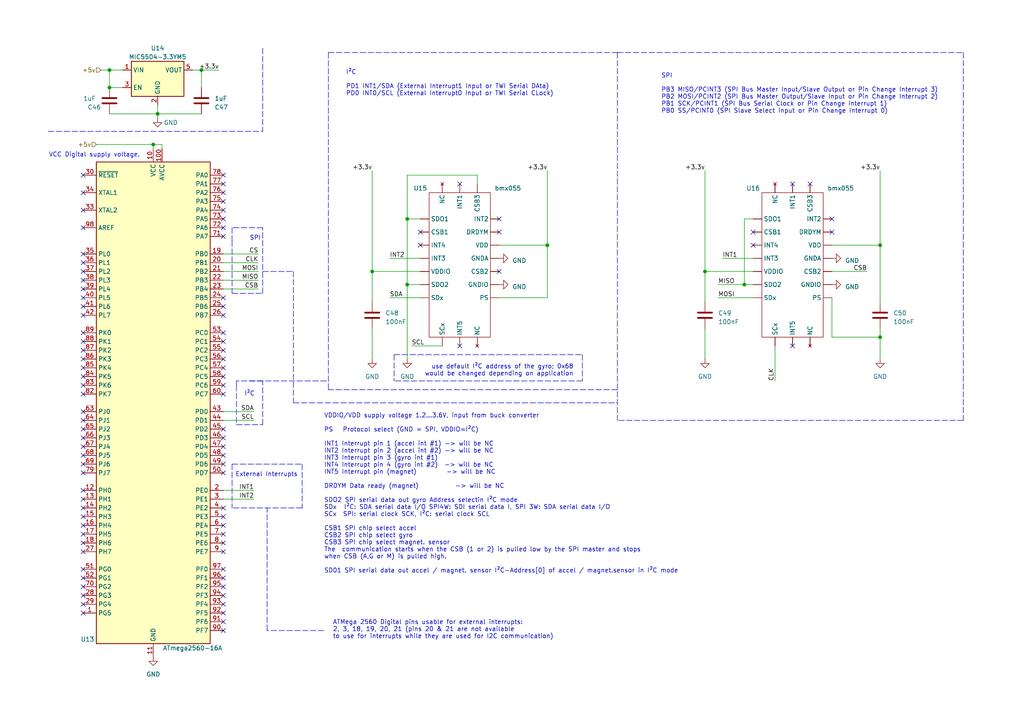
<source format=kicad_sch>
(kicad_sch (version 20210126) (generator eeschema)
  (paper "A4")
  (title_block (title "Peripherals 15 16"))
  (lib_symbols
    (symbol "Device:C" (pin_numbers hide) (pin_names (offset 0.254))
      (property "Reference" "C" (at 0.635 2.54 0))
      (property "Value" "C" (at 0.635 -2.54 0))
      (symbol "C_0_1"
        (polyline (pts (xy -2.032 -0.762) (xy 2.032 -0.762)) (stroke (width 0.508)))
        (polyline (pts (xy -2.032 0.762) (xy 2.032 0.762)) (stroke (width 0.508)))
      )
      (symbol "C_1_1"
        (pin passive line (at 0 3.81 270) (length 2.794) (name "~") (number "1"))
        (pin passive line (at 0 -3.81 90) (length 2.794) (name "~") (number "2"))
      )
    )
    (symbol "MCU_Microchip_ATmega:ATmega2560-16A"
      (property "Reference" "U" (at 0 1.27 0))
      (property "Value" "ATmega2560-16A" (at 0 -1.27 0))
      (symbol "ATmega2560-16A_0_1"
        (rectangle (start -16.51 -69.85) (end 16.51 69.85) (stroke (width 0.254)) (fill (type background)))
      )
      (symbol "ATmega2560-16A_1_1"
        (pin bidirectional line (at -20.32 -60.96 0) (length 3.81) (name "PG5") (number "1"))
        (pin power_in line (at 0 73.66 270) (length 3.81) (name "VCC") (number "10"))
        (pin power_in line (at 2.54 73.66 270) (length 3.81) (name "AVCC") (number "100"))
        (pin power_in line (at 0 -73.66 90) (length 3.81) (name "GND") (number "11"))
        (pin bidirectional line (at -20.32 -25.4 0) (length 3.81) (name "PH0") (number "12"))
        (pin bidirectional line (at -20.32 -27.94 0) (length 3.81) (name "PH1") (number "13"))
        (pin bidirectional line (at -20.32 -30.48 0) (length 3.81) (name "PH2") (number "14"))
        (pin bidirectional line (at -20.32 -33.02 0) (length 3.81) (name "PH3") (number "15"))
        (pin bidirectional line (at -20.32 -35.56 0) (length 3.81) (name "PH4") (number "16"))
        (pin bidirectional line (at -20.32 -38.1 0) (length 3.81) (name "PH5") (number "17"))
        (pin bidirectional line (at -20.32 -40.64 0) (length 3.81) (name "PH6") (number "18"))
        (pin bidirectional line (at 20.32 43.18 180) (length 3.81) (name "PB0") (number "19"))
        (pin bidirectional line (at 20.32 -25.4 180) (length 3.81) (name "PE0") (number "2"))
        (pin bidirectional line (at 20.32 40.64 180) (length 3.81) (name "PB1") (number "20"))
        (pin bidirectional line (at 20.32 38.1 180) (length 3.81) (name "PB2") (number "21"))
        (pin bidirectional line (at 20.32 35.56 180) (length 3.81) (name "PB3") (number "22"))
        (pin bidirectional line (at 20.32 33.02 180) (length 3.81) (name "PB4") (number "23"))
        (pin bidirectional line (at 20.32 30.48 180) (length 3.81) (name "PB5") (number "24"))
        (pin bidirectional line (at 20.32 27.94 180) (length 3.81) (name "PB6") (number "25"))
        (pin bidirectional line (at 20.32 25.4 180) (length 3.81) (name "PB7") (number "26"))
        (pin bidirectional line (at -20.32 -43.18 0) (length 3.81) (name "PH7") (number "27"))
        (pin bidirectional line (at -20.32 -55.88 0) (length 3.81) (name "PG3") (number "28"))
        (pin bidirectional line (at -20.32 -58.42 0) (length 3.81) (name "PG4") (number "29"))
        (pin bidirectional line (at 20.32 -27.94 180) (length 3.81) (name "PE1") (number "3"))
        (pin input line (at -20.32 66.04 0) (length 3.81) (name "~RESET") (number "30"))
        (pin passive line (at 0 73.66 270) (length 3.81) hide (name "VCC") (number "31"))
        (pin passive line (at 0 -73.66 90) (length 3.81) hide (name "GND") (number "32"))
        (pin output line (at -20.32 55.88 0) (length 3.81) (name "XTAL2") (number "33"))
        (pin input line (at -20.32 60.96 0) (length 3.81) (name "XTAL1") (number "34"))
        (pin bidirectional line (at -20.32 43.18 0) (length 3.81) (name "PL0") (number "35"))
        (pin bidirectional line (at -20.32 40.64 0) (length 3.81) (name "PL1") (number "36"))
        (pin bidirectional line (at -20.32 38.1 0) (length 3.81) (name "PL2") (number "37"))
        (pin bidirectional line (at -20.32 35.56 0) (length 3.81) (name "PL3") (number "38"))
        (pin bidirectional line (at -20.32 33.02 0) (length 3.81) (name "PL4") (number "39"))
        (pin bidirectional line (at 20.32 -30.48 180) (length 3.81) (name "PE2") (number "4"))
        (pin bidirectional line (at -20.32 30.48 0) (length 3.81) (name "PL5") (number "40"))
        (pin bidirectional line (at -20.32 27.94 0) (length 3.81) (name "PL6") (number "41"))
        (pin bidirectional line (at -20.32 25.4 0) (length 3.81) (name "PL7") (number "42"))
        (pin bidirectional line (at 20.32 -2.54 180) (length 3.81) (name "PD0") (number "43"))
        (pin bidirectional line (at 20.32 -5.08 180) (length 3.81) (name "PD1") (number "44"))
        (pin bidirectional line (at 20.32 -7.62 180) (length 3.81) (name "PD2") (number "45"))
        (pin bidirectional line (at 20.32 -10.16 180) (length 3.81) (name "PD3") (number "46"))
        (pin bidirectional line (at 20.32 -12.7 180) (length 3.81) (name "PD4") (number "47"))
        (pin bidirectional line (at 20.32 -15.24 180) (length 3.81) (name "PD5") (number "48"))
        (pin bidirectional line (at 20.32 -17.78 180) (length 3.81) (name "PD6") (number "49"))
        (pin bidirectional line (at 20.32 -33.02 180) (length 3.81) (name "PE3") (number "5"))
        (pin bidirectional line (at 20.32 -20.32 180) (length 3.81) (name "PD7") (number "50"))
        (pin bidirectional line (at -20.32 -48.26 0) (length 3.81) (name "PG0") (number "51"))
        (pin bidirectional line (at -20.32 -50.8 0) (length 3.81) (name "PG1") (number "52"))
        (pin bidirectional line (at 20.32 20.32 180) (length 3.81) (name "PC0") (number "53"))
        (pin bidirectional line (at 20.32 17.78 180) (length 3.81) (name "PC1") (number "54"))
        (pin bidirectional line (at 20.32 15.24 180) (length 3.81) (name "PC2") (number "55"))
        (pin bidirectional line (at 20.32 12.7 180) (length 3.81) (name "PC3") (number "56"))
        (pin bidirectional line (at 20.32 10.16 180) (length 3.81) (name "PC4") (number "57"))
        (pin bidirectional line (at 20.32 7.62 180) (length 3.81) (name "PC5") (number "58"))
        (pin bidirectional line (at 20.32 5.08 180) (length 3.81) (name "PC6") (number "59"))
        (pin bidirectional line (at 20.32 -35.56 180) (length 3.81) (name "PE4") (number "6"))
        (pin bidirectional line (at 20.32 2.54 180) (length 3.81) (name "PC7") (number "60"))
        (pin passive line (at 0 73.66 270) (length 3.81) hide (name "VCC") (number "61"))
        (pin passive line (at 0 -73.66 90) (length 3.81) hide (name "GND") (number "62"))
        (pin bidirectional line (at -20.32 -2.54 0) (length 3.81) (name "PJ0") (number "63"))
        (pin bidirectional line (at -20.32 -5.08 0) (length 3.81) (name "PJ1") (number "64"))
        (pin bidirectional line (at -20.32 -7.62 0) (length 3.81) (name "PJ2") (number "65"))
        (pin bidirectional line (at -20.32 -10.16 0) (length 3.81) (name "PJ3") (number "66"))
        (pin bidirectional line (at -20.32 -12.7 0) (length 3.81) (name "PJ4") (number "67"))
        (pin bidirectional line (at -20.32 -15.24 0) (length 3.81) (name "PJ5") (number "68"))
        (pin bidirectional line (at -20.32 -17.78 0) (length 3.81) (name "PJ6") (number "69"))
        (pin bidirectional line (at 20.32 -38.1 180) (length 3.81) (name "PE5") (number "7"))
        (pin bidirectional line (at -20.32 -53.34 0) (length 3.81) (name "PG2") (number "70"))
        (pin bidirectional line (at 20.32 48.26 180) (length 3.81) (name "PA7") (number "71"))
        (pin bidirectional line (at 20.32 50.8 180) (length 3.81) (name "PA6") (number "72"))
        (pin bidirectional line (at 20.32 53.34 180) (length 3.81) (name "PA5") (number "73"))
        (pin bidirectional line (at 20.32 55.88 180) (length 3.81) (name "PA4") (number "74"))
        (pin bidirectional line (at 20.32 58.42 180) (length 3.81) (name "PA3") (number "75"))
        (pin bidirectional line (at 20.32 60.96 180) (length 3.81) (name "PA2") (number "76"))
        (pin bidirectional line (at 20.32 63.5 180) (length 3.81) (name "PA1") (number "77"))
        (pin bidirectional line (at 20.32 66.04 180) (length 3.81) (name "PA0") (number "78"))
        (pin bidirectional line (at -20.32 -20.32 0) (length 3.81) (name "PJ7") (number "79"))
        (pin bidirectional line (at 20.32 -40.64 180) (length 3.81) (name "PE6") (number "8"))
        (pin passive line (at 0 73.66 270) (length 3.81) hide (name "VCC") (number "80"))
        (pin passive line (at 0 -73.66 90) (length 3.81) hide (name "GND") (number "81"))
        (pin bidirectional line (at -20.32 2.54 0) (length 3.81) (name "PK7") (number "82"))
        (pin bidirectional line (at -20.32 5.08 0) (length 3.81) (name "PK6") (number "83"))
        (pin bidirectional line (at -20.32 7.62 0) (length 3.81) (name "PK5") (number "84"))
        (pin bidirectional line (at -20.32 10.16 0) (length 3.81) (name "PK4") (number "85"))
        (pin bidirectional line (at -20.32 12.7 0) (length 3.81) (name "PK3") (number "86"))
        (pin bidirectional line (at -20.32 15.24 0) (length 3.81) (name "PK2") (number "87"))
        (pin bidirectional line (at -20.32 17.78 0) (length 3.81) (name "PK1") (number "88"))
        (pin bidirectional line (at -20.32 20.32 0) (length 3.81) (name "PK0") (number "89"))
        (pin bidirectional line (at 20.32 -43.18 180) (length 3.81) (name "PE7") (number "9"))
        (pin bidirectional line (at 20.32 -66.04 180) (length 3.81) (name "PF7") (number "90"))
        (pin bidirectional line (at 20.32 -63.5 180) (length 3.81) (name "PF6") (number "91"))
        (pin bidirectional line (at 20.32 -60.96 180) (length 3.81) (name "PF5") (number "92"))
        (pin bidirectional line (at 20.32 -58.42 180) (length 3.81) (name "PF4") (number "93"))
        (pin bidirectional line (at 20.32 -55.88 180) (length 3.81) (name "PF3") (number "94"))
        (pin bidirectional line (at 20.32 -53.34 180) (length 3.81) (name "PF2") (number "95"))
        (pin bidirectional line (at 20.32 -50.8 180) (length 3.81) (name "PF1") (number "96"))
        (pin bidirectional line (at 20.32 -48.26 180) (length 3.81) (name "PF0") (number "97"))
        (pin passive line (at -20.32 50.8 0) (length 3.81) (name "AREF") (number "98"))
        (pin passive line (at 0 -73.66 90) (length 3.81) hide (name "GND") (number "99"))
      )
    )
    (symbol "Regulator_Linear:MIC5504-3.3YM5"
      (property "Reference" "U" (at -7.62 8.89 0))
      (property "Value" "MIC5504-3.3YM5" (at -7.62 6.35 0))
      (symbol "MIC5504-3.3YM5_0_1"
        (rectangle (start -7.62 -5.08) (end 7.62 5.08) (stroke (width 0.254)) (fill (type background)))
      )
      (symbol "MIC5504-3.3YM5_1_1"
        (pin power_in line (at -10.16 2.54 0) (length 2.54) (name "VIN") (number "1"))
        (pin power_in line (at 0 -7.62 90) (length 2.54) (name "GND") (number "2"))
        (pin input line (at -10.16 -2.54 0) (length 2.54) (name "EN") (number "3"))
        (pin no_connect line (at 7.62 -2.54 180) (length 2.54) hide (name "NC") (number "4"))
        (pin power_out line (at 10.16 2.54 180) (length 2.54) (name "VOUT") (number "5"))
      )
    )
    (symbol "pb171:bmx055"
      (property "Reference" "U?" (at -10.16 24.13 0))
      (property "Value" "bmx055" (at 15.24 24.13 0))
      (symbol "bmx055_0_1"
        (rectangle (start -7.62 22.86) (end 10.16 -19.05) (stroke (width 0.1524)))
      )
      (symbol "bmx055_1_1"
        (pin passive line (at -10.16 11.43 0) (length 2.54) (name "CSB1") (number ""))
        (pin passive line (at 12.7 0 180) (length 2.54) (name "CSB2") (number ""))
        (pin passive line (at 6.35 25.4 270) (length 2.54) (name "CSB3") (number ""))
        (pin passive line (at 12.7 11.43 180) (length 2.54) (name "DRDYM") (number ""))
        (pin passive line (at 12.7 3.81 180) (length 2.54) (name "GNDA") (number ""))
        (pin passive line (at 12.7 -3.81 180) (length 2.54) (name "GNDIO") (number ""))
        (pin passive line (at 1.27 25.4 270) (length 2.54) (name "INT1") (number ""))
        (pin passive line (at 12.7 15.24 180) (length 2.54) (name "INT2") (number ""))
        (pin passive line (at -10.16 3.81 0) (length 2.54) (name "INT3") (number ""))
        (pin passive line (at -10.16 7.62 0) (length 2.54) (name "INT4") (number ""))
        (pin passive line (at 1.27 -21.59 90) (length 2.54) (name "INT5") (number ""))
        (pin no_connect line (at -3.81 25.4 270) (length 2.54) (name "NC") (number ""))
        (pin no_connect line (at 6.35 -21.59 90) (length 2.54) (name "NC") (number ""))
        (pin passive line (at 12.7 -7.62 180) (length 2.54) (name "PS") (number ""))
        (pin passive line (at -3.81 -21.59 90) (length 2.54) (name "SCx") (number ""))
        (pin passive line (at -10.16 15.24 0) (length 2.54) (name "SDO1") (number ""))
        (pin passive line (at -10.16 -3.81 0) (length 2.54) (name "SDO2") (number ""))
        (pin passive line (at -10.16 -7.62 0) (length 2.54) (name "SDx") (number ""))
        (pin passive line (at 12.7 7.62 180) (length 2.54) (name "VDD") (number ""))
        (pin passive line (at -10.16 0 0) (length 2.54) (name "VDDIO") (number ""))
      )
    )
    (symbol "power:GND" (power) (pin_names (offset 0))
      (property "Value" "GND" (at 0 -3.81 0))
      (symbol "GND_0_1"
        (polyline (pts (xy 0 0) (xy 0 -1.27) (xy 1.27 -1.27) (xy 0 -2.54) (xy -1.27 -1.27) (xy 0 -1.27)))
      )
      (symbol "GND_1_1"
        (pin power_in line (at 0 0 270) (length 0) hide (name "GND") (number "1"))
      )
    )
  )
  (junction (at 31.75 20.32) (diameter 0.9144))
  (junction (at 31.75 25.4) (diameter 0.9144))
  (junction (at 44.45 41.91) (diameter 0.9144))
  (junction (at 45.72 33.02) (diameter 0.9144))
  (junction (at 58.42 20.32) (diameter 0.9144))
  (junction (at 107.95 78.74) (diameter 0.9144))
  (junction (at 118.11 63.5) (diameter 0.9144))
  (junction (at 118.11 82.55) (diameter 0.9144))
  (junction (at 158.75 71.12) (diameter 0.9144))
  (junction (at 204.47 78.74) (diameter 0.9144))
  (junction (at 215.9 82.55) (diameter 0.9144))
  (junction (at 255.27 71.12) (diameter 0.9144))
  (junction (at 255.27 97.79) (diameter 0.9144))
  (no_connect (at 24.13 50.8))
  (no_connect (at 24.13 55.88))
  (no_connect (at 24.13 60.96))
  (no_connect (at 24.13 66.04))
  (no_connect (at 24.13 73.66))
  (no_connect (at 24.13 76.2))
  (no_connect (at 24.13 78.74))
  (no_connect (at 24.13 81.28))
  (no_connect (at 24.13 83.82))
  (no_connect (at 24.13 86.36))
  (no_connect (at 24.13 88.9))
  (no_connect (at 24.13 91.44))
  (no_connect (at 24.13 96.52))
  (no_connect (at 24.13 99.06))
  (no_connect (at 24.13 101.6))
  (no_connect (at 24.13 104.14))
  (no_connect (at 24.13 106.68))
  (no_connect (at 24.13 109.22))
  (no_connect (at 24.13 111.76))
  (no_connect (at 24.13 114.3))
  (no_connect (at 24.13 119.38))
  (no_connect (at 24.13 121.92))
  (no_connect (at 24.13 124.46))
  (no_connect (at 24.13 127))
  (no_connect (at 24.13 129.54))
  (no_connect (at 24.13 132.08))
  (no_connect (at 24.13 134.62))
  (no_connect (at 24.13 137.16))
  (no_connect (at 24.13 142.24))
  (no_connect (at 24.13 144.78))
  (no_connect (at 24.13 147.32))
  (no_connect (at 24.13 149.86))
  (no_connect (at 24.13 152.4))
  (no_connect (at 24.13 154.94))
  (no_connect (at 24.13 157.48))
  (no_connect (at 24.13 160.02))
  (no_connect (at 24.13 165.1))
  (no_connect (at 24.13 167.64))
  (no_connect (at 24.13 170.18))
  (no_connect (at 24.13 172.72))
  (no_connect (at 24.13 175.26))
  (no_connect (at 24.13 177.8))
  (no_connect (at 64.77 50.8))
  (no_connect (at 64.77 53.34))
  (no_connect (at 64.77 55.88))
  (no_connect (at 64.77 58.42))
  (no_connect (at 64.77 60.96))
  (no_connect (at 64.77 63.5))
  (no_connect (at 64.77 66.04))
  (no_connect (at 64.77 68.58))
  (no_connect (at 64.77 86.36))
  (no_connect (at 64.77 88.9))
  (no_connect (at 64.77 91.44))
  (no_connect (at 64.77 96.52))
  (no_connect (at 64.77 99.06))
  (no_connect (at 64.77 101.6))
  (no_connect (at 64.77 104.14))
  (no_connect (at 64.77 106.68))
  (no_connect (at 64.77 109.22))
  (no_connect (at 64.77 111.76))
  (no_connect (at 64.77 114.3))
  (no_connect (at 64.77 124.46))
  (no_connect (at 64.77 127))
  (no_connect (at 64.77 129.54))
  (no_connect (at 64.77 132.08))
  (no_connect (at 64.77 134.62))
  (no_connect (at 64.77 137.16))
  (no_connect (at 64.77 147.32))
  (no_connect (at 64.77 149.86))
  (no_connect (at 64.77 152.4))
  (no_connect (at 64.77 154.94))
  (no_connect (at 64.77 157.48))
  (no_connect (at 64.77 160.02))
  (no_connect (at 64.77 165.1))
  (no_connect (at 64.77 167.64))
  (no_connect (at 64.77 170.18))
  (no_connect (at 64.77 172.72))
  (no_connect (at 64.77 175.26))
  (no_connect (at 64.77 177.8))
  (no_connect (at 64.77 180.34))
  (no_connect (at 64.77 182.88))
  (no_connect (at 121.92 67.31))
  (no_connect (at 121.92 71.12))
  (no_connect (at 133.35 53.34))
  (no_connect (at 133.35 100.33))
  (no_connect (at 144.78 63.5))
  (no_connect (at 144.78 67.31))
  (no_connect (at 144.78 78.74))
  (no_connect (at 218.44 67.31))
  (no_connect (at 218.44 71.12))
  (no_connect (at 229.87 53.34))
  (no_connect (at 229.87 100.33))
  (no_connect (at 234.95 53.34))
  (no_connect (at 241.3 63.5))
  (no_connect (at 241.3 67.31))
  (wire (pts (xy 29.21 20.32) (xy 31.75 20.32)))
  (wire (pts (xy 31.75 20.32) (xy 31.75 25.4)))
  (wire (pts (xy 31.75 20.32) (xy 35.56 20.32)))
  (wire (pts (xy 31.75 25.4) (xy 35.56 25.4)))
  (wire (pts (xy 44.45 41.91) (xy 27.94 41.91)))
  (wire (pts (xy 44.45 41.91) (xy 44.45 43.18)))
  (wire (pts (xy 45.72 30.48) (xy 45.72 33.02)))
  (wire (pts (xy 45.72 33.02) (xy 31.75 33.02)))
  (wire (pts (xy 45.72 33.02) (xy 45.72 34.29)))
  (wire (pts (xy 45.72 33.02) (xy 58.42 33.02)))
  (wire (pts (xy 46.99 41.91) (xy 44.45 41.91)))
  (wire (pts (xy 46.99 41.91) (xy 46.99 43.18)))
  (wire (pts (xy 58.42 20.32) (xy 55.88 20.32)))
  (wire (pts (xy 58.42 20.32) (xy 58.42 25.4)))
  (wire (pts (xy 58.42 20.32) (xy 63.5 20.32)))
  (wire (pts (xy 64.77 73.66) (xy 74.93 73.66)))
  (wire (pts (xy 64.77 76.2) (xy 74.93 76.2)))
  (wire (pts (xy 64.77 78.74) (xy 74.93 78.74)))
  (wire (pts (xy 64.77 81.28) (xy 74.93 81.28)))
  (wire (pts (xy 64.77 83.82) (xy 74.93 83.82)))
  (wire (pts (xy 64.77 119.38) (xy 73.66 119.38)))
  (wire (pts (xy 64.77 121.92) (xy 73.66 121.92)))
  (wire (pts (xy 64.77 142.24) (xy 73.66 142.24)))
  (wire (pts (xy 64.77 144.78) (xy 73.66 144.78)))
  (wire (pts (xy 107.95 49.53) (xy 107.95 78.74)))
  (wire (pts (xy 107.95 78.74) (xy 107.95 87.63)))
  (wire (pts (xy 107.95 78.74) (xy 121.92 78.74)))
  (wire (pts (xy 107.95 95.25) (xy 107.95 104.14)))
  (wire (pts (xy 118.11 50.8) (xy 118.11 63.5)))
  (wire (pts (xy 118.11 63.5) (xy 118.11 82.55)))
  (wire (pts (xy 118.11 63.5) (xy 121.92 63.5)))
  (wire (pts (xy 118.11 82.55) (xy 118.11 104.14)))
  (wire (pts (xy 118.11 82.55) (xy 121.92 82.55)))
  (wire (pts (xy 119.38 100.33) (xy 128.27 100.33)))
  (wire (pts (xy 121.92 74.93) (xy 113.03 74.93)))
  (wire (pts (xy 121.92 86.36) (xy 113.03 86.36)))
  (wire (pts (xy 138.43 50.8) (xy 118.11 50.8)))
  (wire (pts (xy 138.43 53.34) (xy 138.43 50.8)))
  (wire (pts (xy 144.78 71.12) (xy 158.75 71.12)))
  (wire (pts (xy 144.78 86.36) (xy 158.75 86.36)))
  (wire (pts (xy 158.75 49.53) (xy 158.75 71.12)))
  (wire (pts (xy 158.75 86.36) (xy 158.75 71.12)))
  (wire (pts (xy 204.47 49.53) (xy 204.47 78.74)))
  (wire (pts (xy 204.47 78.74) (xy 204.47 87.63)))
  (wire (pts (xy 204.47 78.74) (xy 218.44 78.74)))
  (wire (pts (xy 204.47 95.25) (xy 204.47 104.14)))
  (wire (pts (xy 208.28 82.55) (xy 215.9 82.55)))
  (wire (pts (xy 215.9 63.5) (xy 218.44 63.5)))
  (wire (pts (xy 215.9 82.55) (xy 215.9 63.5)))
  (wire (pts (xy 218.44 74.93) (xy 209.55 74.93)))
  (wire (pts (xy 218.44 82.55) (xy 215.9 82.55)))
  (wire (pts (xy 218.44 86.36) (xy 208.28 86.36)))
  (wire (pts (xy 224.79 100.33) (xy 224.79 110.49)))
  (wire (pts (xy 241.3 71.12) (xy 255.27 71.12)))
  (wire (pts (xy 241.3 78.74) (xy 251.46 78.74)))
  (wire (pts (xy 241.3 86.36) (xy 241.3 97.79)))
  (wire (pts (xy 241.3 97.79) (xy 255.27 97.79)))
  (wire (pts (xy 255.27 49.53) (xy 255.27 71.12)))
  (wire (pts (xy 255.27 71.12) (xy 255.27 87.63)))
  (wire (pts (xy 255.27 95.25) (xy 255.27 97.79)))
  (wire (pts (xy 255.27 97.79) (xy 255.27 104.14)))
  (polyline (pts (xy 13.97 38.1) (xy 76.2 38.1)) (stroke (width 0) (type dash)))
  (polyline (pts (xy 67.31 66.04) (xy 67.31 69.85)) (stroke (width 0) (type dash)))
  (polyline (pts (xy 67.31 69.85) (xy 67.31 85.09)) (stroke (width 0) (type dash)))
  (polyline (pts (xy 67.31 85.09) (xy 76.2 85.09)) (stroke (width 0) (type dash)))
  (polyline (pts (xy 67.31 134.62) (xy 67.31 147.32)) (stroke (width 0) (type dash)))
  (polyline (pts (xy 67.31 134.62) (xy 87.63 134.62)) (stroke (width 0) (type dash)))
  (polyline (pts (xy 68.58 110.49) (xy 68.58 111.76)) (stroke (width 0) (type dash)))
  (polyline (pts (xy 68.58 111.76) (xy 68.58 123.19)) (stroke (width 0) (type dash)))
  (polyline (pts (xy 68.58 123.19) (xy 76.2 123.19)) (stroke (width 0) (type dash)))
  (polyline (pts (xy 72.39 110.49) (xy 95.25 110.49)) (stroke (width 0) (type dash)))
  (polyline (pts (xy 76.2 13.97) (xy 76.2 38.1)) (stroke (width 0) (type dash)))
  (polyline (pts (xy 76.2 66.04) (xy 67.31 66.04)) (stroke (width 0) (type dash)))
  (polyline (pts (xy 76.2 78.74) (xy 85.09 78.74)) (stroke (width 0) (type dash)))
  (polyline (pts (xy 76.2 85.09) (xy 76.2 66.04)) (stroke (width 0) (type dash)))
  (polyline (pts (xy 76.2 110.49) (xy 68.58 110.49)) (stroke (width 0) (type dash)))
  (polyline (pts (xy 76.2 123.19) (xy 76.2 110.49)) (stroke (width 0) (type dash)))
  (polyline (pts (xy 77.47 148.59) (xy 77.47 147.32)) (stroke (width 0) (type dash)))
  (polyline (pts (xy 77.47 182.88) (xy 77.47 148.59)) (stroke (width 0) (type dash)))
  (polyline (pts (xy 85.09 78.74) (xy 85.09 116.84)) (stroke (width 0) (type dash)))
  (polyline (pts (xy 85.09 116.84) (xy 179.07 116.84)) (stroke (width 0) (type dash)))
  (polyline (pts (xy 87.63 134.62) (xy 87.63 147.32)) (stroke (width 0) (type dash)))
  (polyline (pts (xy 87.63 147.32) (xy 67.31 147.32)) (stroke (width 0) (type dash)))
  (polyline (pts (xy 93.98 182.88) (xy 77.47 182.88)) (stroke (width 0) (type dash)))
  (polyline (pts (xy 95.25 15.24) (xy 95.25 113.03)) (stroke (width 0) (type dash)))
  (polyline (pts (xy 95.25 15.24) (xy 179.07 15.24)) (stroke (width 0) (type dash)))
  (polyline (pts (xy 114.3 102.87) (xy 114.3 110.49)) (stroke (width 0) (type dash)))
  (polyline (pts (xy 114.3 102.87) (xy 168.91 102.87)) (stroke (width 0) (type dash)))
  (polyline (pts (xy 168.91 102.87) (xy 168.91 110.49)) (stroke (width 0) (type dash)))
  (polyline (pts (xy 168.91 110.49) (xy 114.3 110.49)) (stroke (width 0) (type dash)))
  (polyline (pts (xy 179.07 15.24) (xy 179.07 121.92)) (stroke (width 0) (type dash)))
  (polyline (pts (xy 179.07 15.24) (xy 279.4 15.24)) (stroke (width 0) (type dash)))
  (polyline (pts (xy 179.07 113.03) (xy 95.25 113.03)) (stroke (width 0) (type dash)))
  (polyline (pts (xy 279.4 15.24) (xy 279.4 121.92)) (stroke (width 0) (type dash)))
  (polyline (pts (xy 279.4 121.92) (xy 179.07 121.92)) (stroke (width 0) (type dash)))
  (image (at 355.6 116.84))
  (text "VCC Digital supply voltage." (at 40.64 45.72 180) (effects (font (size 1.27 1.27)) (justify right bottom)))
  (text "SPI" (at 72.39 69.85 0) (effects (font (size 1.27 1.27)) (justify left bottom)))
  (text "I²C" (at 72.39 114.3 180) (effects (font (size 1.27 1.27))))
  (text "External Interrupts" (at 86.36 138.43 180) (effects (font (size 1.27 1.27)) (justify right bottom)))
  (text "VDDIO/VDD supply voltage 1.2...3.6V, input from buck converter\n\nPS   Protocol select (GND = SPI, VDDIO=I²C)\n\nINT1 Interrupt pin 1 (accel int #1) -> will be NC\nINT2 Interrupt pin 2 (accel int #2) -> will be NC\nINT3 Interrupt pin 3 (gyro int #1)\nINT4 Interrupt pin 4 (gyro int #2)  -> will be NC\nINT5 Interrupt pin (magnet)         -> will be NC\n\nDRDYM Data ready (magnet)           -> will be NC\n\nSDO2 SPI serial data out gyro Address selectin I²C mode\nSDx	 I²C: SDA serial data I/O SPI4W: SDI serial data I, SPI 3W: SDA serial data I/O\nSCx  SPI: serial clock SCK, I²C: serial clock SCL\n\nCSB1 SPI chip select accel\nCSB2 SPI chip select gyro\nCSB3 SPI chip select magnet. sensor\nThe  communication starts when the CSB (1 or 2) is pulled low by the SPI master and stops\nwhen CSB (A,G or M) is pulled high.\n\nSD01 SPI serial data out accel / magnet. sensor I²C-Address[0] of accel / magnet.sensor in I²C mode" (at 93.98 166.37 0) (effects (font (size 1.27 1.27)) (justify left bottom)))
  (text "ATMega 2560 Digital pins usable for external interrupts:\n2, 3, 18, 19, 20, 21 (pins 20 & 21 are not available\nto use for interrupts while they are used for I2C communication)" (at 96.52 185.42 0) (effects (font (size 1.27 1.27)) (justify left bottom)))
  (text "I²C\n\nPD1 INT1/SDA (External Interrupt1 Input or TWI Serial DAta)\nPD0 INT0/SCL (External Interrupt0 Input or TWI Serial CLock)" (at 100.33 27.94 0) (effects (font (size 1.27 1.27)) (justify left bottom)))
  (text "use default I²C address of the gyro; 0x68\nwould be changed depending on application" (at 166.37 109.22 0) (effects (font (size 1.27 1.27)) (justify right bottom)))
  (text "SPI\n\nPB3 MISO/PCINT3 (SPI Bus Master Input/Slave Output or Pin Change Interrupt 3)\nPB2 MOSI/PCINT2 (SPI Bus Master Output/Slave Input or Pin Change Interrupt 2)\nPB1 SCK/PCINT1 (SPI Bus Serial Clock or Pin Change Interrupt 1)\nPB0 SS/PCINT0 (SPI Slave Select input or Pin Change Interrupt 0)" (at 191.77 33.02 0) (effects (font (size 1.27 1.27)) (justify left bottom)))
  (label "+3.3v" (at 63.5 20.32 180))
  (label "SDA" (at 73.66 119.38 180))
  (label "SCL" (at 73.66 121.92 180))
  (label "INT1" (at 73.66 142.24 180))
  (label "INT2" (at 73.66 144.78 180))
  (label "CS" (at 74.93 73.66 180))
  (label "CLK" (at 74.93 76.2 180))
  (label "MOSI" (at 74.93 78.74 180))
  (label "MISO" (at 74.93 81.28 180))
  (label "CSB" (at 74.93 83.82 180))
  (label "+3.3v" (at 107.95 49.53 180))
  (label "INT2" (at 113.03 74.93 0))
  (label "SDA" (at 113.03 86.36 0))
  (label "SCL" (at 119.38 100.33 0))
  (label "+3.3v" (at 158.75 49.53 180))
  (label "+3.3v" (at 204.47 49.53 180))
  (label "MISO" (at 208.28 82.55 0))
  (label "MOSI" (at 208.28 86.36 0))
  (label "INT1" (at 209.55 74.93 0))
  (label "CLK" (at 224.79 110.49 90))
  (label "CSB" (at 251.46 78.74 180))
  (label "+3.3v" (at 255.27 49.53 180))
  (hierarchical_label "+5v" (shape input) (at 27.94 41.91 180))
  (hierarchical_label "+5v" (shape input) (at 29.21 20.32 180))
  (symbol (lib_id "power:GND") (at 44.45 190.5 0) (mirror y) (unit 1)
    (property "Reference" "#PWR030" (effects hide))
    (property "Value" "GND" (at 44.45 195.58 0))
  )
  (symbol (lib_id "power:GND") (at 45.72 34.29 0) (mirror y) (unit 1)
    (property "Reference" "#PWR031" (effects hide))
    (property "Value" "GND" (at 49.53 35.56 0))
  )
  (symbol (lib_id "power:GND") (at 107.95 104.14 0) (mirror y) (unit 1)
    (property "Reference" "#PWR032" (effects hide))
    (property "Value" "GND" (at 107.95 109.22 0))
  )
  (symbol (lib_id "power:GND") (at 118.11 104.14 0) (mirror y) (unit 1)
    (property "Reference" "#PWR033" (effects hide))
    (property "Value" "GND" (at 118.11 109.22 0))
  )
  (symbol (lib_id "power:GND") (at 144.78 74.93 90) (mirror x) (unit 1)
    (property "Reference" "#PWR034" (effects hide))
    (property "Value" "GND" (at 148.59 75.5649 90) (effects (justify right)))
  )
  (symbol (lib_id "power:GND") (at 144.78 82.55 90) (mirror x) (unit 1)
    (property "Reference" "#PWR035" (effects hide))
    (property "Value" "GND" (at 148.59 83.1849 90) (effects (justify right)))
  )
  (symbol (lib_id "power:GND") (at 204.47 104.14 0) (mirror y) (unit 1)
    (property "Reference" "#PWR036" (effects hide))
    (property "Value" "GND" (at 204.47 109.22 0))
  )
  (symbol (lib_id "power:GND") (at 241.3 74.93 90) (mirror x) (unit 1)
    (property "Reference" "#PWR037" (effects hide))
    (property "Value" "GND" (at 245.11 75.5649 90) (effects (justify right)))
  )
  (symbol (lib_id "power:GND") (at 241.3 82.55 90) (mirror x) (unit 1)
    (property "Reference" "#PWR038" (effects hide))
    (property "Value" "GND" (at 245.11 83.1849 90) (effects (justify right)))
  )
  (symbol (lib_id "power:GND") (at 255.27 104.14 0) (mirror y) (unit 1)
    (property "Reference" "#PWR039" (effects hide))
    (property "Value" "GND" (at 255.27 109.22 0))
  )
  (symbol (lib_id "Device:C") (at 31.75 29.21 0) (unit 1)
    (property "Reference" "C46" (at 25.4 31.1149 0) (effects (justify left)))
    (property "Value" "1uF" (at 24.13 28.5749 0) (effects (justify left)))
  )
  (symbol (lib_id "Device:C") (at 58.42 29.21 0) (unit 1)
    (property "Reference" "C47" (at 62.23 31.1149 0) (effects (justify left)))
    (property "Value" "1uF" (at 62.23 28.5749 0) (effects (justify left)))
  )
  (symbol (lib_id "Device:C") (at 107.95 91.44 0) (unit 1)
    (property "Reference" "C48" (at 111.76 90.8049 0) (effects (justify left)))
    (property "Value" "100nF" (at 111.76 93.3449 0) (effects (justify left)))
  )
  (symbol (lib_id "Device:C") (at 204.47 91.44 0) (unit 1)
    (property "Reference" "C49" (at 208.28 90.8049 0) (effects (justify left)))
    (property "Value" "100nF" (at 208.28 93.3449 0) (effects (justify left)))
  )
  (symbol (lib_id "Device:C") (at 255.27 91.44 0) (unit 1)
    (property "Reference" "C50" (at 259.08 90.8049 0) (effects (justify left)))
    (property "Value" "100nF" (at 259.08 93.3449 0) (effects (justify left)))
  )
  (symbol (lib_id "Regulator_Linear:MIC5504-3.3YM5") (at 45.72 22.86 0) (unit 1)
    (property "Reference" "U14" (at 45.72 13.97 0))
    (property "Value" "MIC5504-3.3YM5" (at 45.72 16.51 0))
    (property "Footprint" "Package_TO_SOT_SMD:SOT-23-5" (effects hide))
    (property "Datasheet" "http://ww1.microchip.com/downloads/en/DeviceDoc/MIC550X.pdf" (effects hide))
  )
  (symbol (lib_id "pb171:bmx055") (at 132.08 78.74 0) (unit 1)
    (property "Reference" "U15" (at 121.92 54.61 0))
    (property "Value" "bmx055" (at 147.32 54.61 0))
  )
  (symbol (lib_id "pb171:bmx055") (at 228.6 78.74 0) (unit 1)
    (property "Reference" "U16" (at 218.44 54.61 0))
    (property "Value" "bmx055" (at 243.84 54.61 0))
  )
  (symbol (lib_id "MCU_Microchip_ATmega:ATmega2560-16A") (at 44.45 116.84 0) (unit 1)
    (property "Reference" "U13" (at 25.4 185.42 0))
    (property "Value" "ATmega2560-16A" (at 55.88 187.96 0))
    (property "Footprint" "Package_QFP:TQFP-100_14x14mm_P0.5mm" (effects hide))
    (property "Datasheet" "http://ww1.microchip.com/downloads/en/DeviceDoc/Atmel-2549-8-bit-AVR-Microcontroller-ATmega640-1280-1281-2560-2561_datasheet.pdf" (effects hide))
  )
)
</source>
